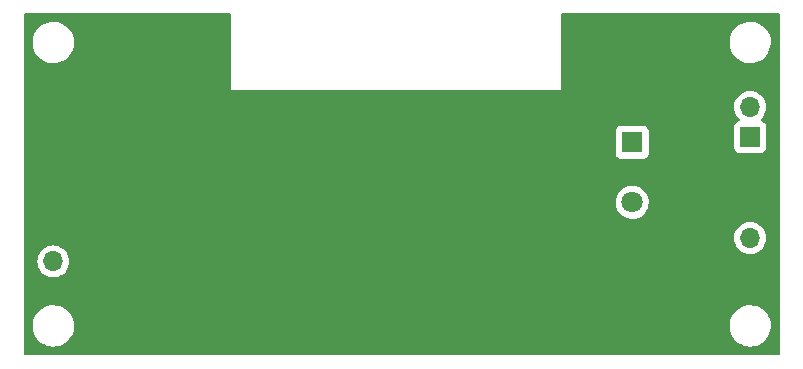
<source format=gbr>
%TF.GenerationSoftware,KiCad,Pcbnew,6.0.8-f2edbf62ab~116~ubuntu22.04.1*%
%TF.CreationDate,2022-10-16T01:51:03-07:00*%
%TF.ProjectId,bracelet-pcb,62726163-656c-4657-942d-7063622e6b69,rev?*%
%TF.SameCoordinates,Original*%
%TF.FileFunction,Copper,L2,Bot*%
%TF.FilePolarity,Positive*%
%FSLAX46Y46*%
G04 Gerber Fmt 4.6, Leading zero omitted, Abs format (unit mm)*
G04 Created by KiCad (PCBNEW 6.0.8-f2edbf62ab~116~ubuntu22.04.1) date 2022-10-16 01:51:03*
%MOMM*%
%LPD*%
G01*
G04 APERTURE LIST*
%TA.AperFunction,ComponentPad*%
%ADD10O,1.700000X1.700000*%
%TD*%
%TA.AperFunction,ComponentPad*%
%ADD11R,1.700000X1.700000*%
%TD*%
%TA.AperFunction,ComponentPad*%
%ADD12R,1.800000X1.800000*%
%TD*%
%TA.AperFunction,ComponentPad*%
%ADD13C,1.800000*%
%TD*%
%TA.AperFunction,ViaPad*%
%ADD14C,0.800000*%
%TD*%
G04 APERTURE END LIST*
D10*
%TO.P,J3,2,Pin_2*%
%TO.N,+3.3V*%
X157000000Y-108460000D03*
D11*
%TO.P,J3,1,Pin_1*%
%TO.N,Net-(U2-Pad30)*%
X157000000Y-111000000D03*
%TD*%
D10*
%TO.P,J2,2,Pin_2*%
%TO.N,Net-(R5-Pad2)*%
X157000000Y-119540000D03*
D11*
%TO.P,J2,1,Pin_1*%
%TO.N,GND*%
X157000000Y-117000000D03*
%TD*%
%TO.P,J1,1,Pin_1*%
%TO.N,GND*%
X98000000Y-119000000D03*
D10*
%TO.P,J1,2,Pin_2*%
%TO.N,+9V*%
X98000000Y-121540000D03*
%TD*%
D12*
%TO.P,D1,1,A1*%
%TO.N,Net-(D1-Pad1)*%
X147000000Y-111450000D03*
D13*
%TO.P,D1,2,K*%
%TO.N,GND*%
X147000000Y-113990000D03*
%TO.P,D1,3,A2*%
%TO.N,Net-(D1-Pad3)*%
X147000000Y-116530000D03*
%TD*%
D14*
%TO.N,GND*%
X139000000Y-109000000D03*
X116000000Y-108000000D03*
X122000000Y-121000000D03*
X109941120Y-112475000D03*
%TD*%
%TA.AperFunction,Conductor*%
%TO.N,GND*%
G36*
X112942121Y-100520502D02*
G01*
X112988614Y-100574158D01*
X113000000Y-100626500D01*
X113000000Y-107030000D01*
X141000000Y-107030000D01*
X141000000Y-103107165D01*
X155247866Y-103107165D01*
X155282952Y-103364970D01*
X155355758Y-103614757D01*
X155464686Y-103851039D01*
X155467246Y-103854944D01*
X155467249Y-103854949D01*
X155604775Y-104064712D01*
X155604779Y-104064717D01*
X155607341Y-104068625D01*
X155780591Y-104262735D01*
X155980629Y-104429105D01*
X156203061Y-104564080D01*
X156207375Y-104565889D01*
X156207377Y-104565890D01*
X156438686Y-104662886D01*
X156438691Y-104662888D01*
X156443001Y-104664695D01*
X156447533Y-104665846D01*
X156447536Y-104665847D01*
X156572815Y-104697663D01*
X156695177Y-104728739D01*
X156911286Y-104750500D01*
X157066044Y-104750500D01*
X157068369Y-104750327D01*
X157068375Y-104750327D01*
X157254814Y-104736472D01*
X157254818Y-104736471D01*
X157259466Y-104736126D01*
X157513232Y-104678705D01*
X157517586Y-104677012D01*
X157751370Y-104586098D01*
X157751372Y-104586097D01*
X157755723Y-104584405D01*
X157791285Y-104564080D01*
X157839038Y-104536786D01*
X157981612Y-104455299D01*
X158185936Y-104294223D01*
X158364208Y-104104714D01*
X158512511Y-103890937D01*
X158530258Y-103854949D01*
X158625521Y-103661775D01*
X158625522Y-103661772D01*
X158627586Y-103657587D01*
X158706906Y-103409792D01*
X158748728Y-103152994D01*
X158752134Y-102892835D01*
X158717048Y-102635030D01*
X158644242Y-102385243D01*
X158535314Y-102148961D01*
X158506637Y-102105221D01*
X158395225Y-101935288D01*
X158395221Y-101935283D01*
X158392659Y-101931375D01*
X158219409Y-101737265D01*
X158019371Y-101570895D01*
X157796939Y-101435920D01*
X157792623Y-101434110D01*
X157561314Y-101337114D01*
X157561309Y-101337112D01*
X157556999Y-101335305D01*
X157552467Y-101334154D01*
X157552464Y-101334153D01*
X157427185Y-101302337D01*
X157304823Y-101271261D01*
X157088714Y-101249500D01*
X156933956Y-101249500D01*
X156931631Y-101249673D01*
X156931625Y-101249673D01*
X156745186Y-101263528D01*
X156745182Y-101263529D01*
X156740534Y-101263874D01*
X156486768Y-101321295D01*
X156482416Y-101322987D01*
X156482414Y-101322988D01*
X156248630Y-101413902D01*
X156248628Y-101413903D01*
X156244277Y-101415595D01*
X156240223Y-101417912D01*
X156240221Y-101417913D01*
X156204467Y-101438348D01*
X156018388Y-101544701D01*
X155814064Y-101705777D01*
X155635792Y-101895286D01*
X155487489Y-102109063D01*
X155485423Y-102113253D01*
X155485421Y-102113256D01*
X155465720Y-102153207D01*
X155372414Y-102342413D01*
X155293094Y-102590208D01*
X155251272Y-102847006D01*
X155247866Y-103107165D01*
X141000000Y-103107165D01*
X141000000Y-100626500D01*
X141020002Y-100558379D01*
X141073658Y-100511886D01*
X141126000Y-100500500D01*
X159373500Y-100500500D01*
X159441621Y-100520502D01*
X159488114Y-100574158D01*
X159499500Y-100626500D01*
X159499500Y-129373500D01*
X159479498Y-129441621D01*
X159425842Y-129488114D01*
X159373500Y-129499500D01*
X95626500Y-129499500D01*
X95558379Y-129479498D01*
X95511886Y-129425842D01*
X95500500Y-129373500D01*
X95500500Y-127107165D01*
X96247866Y-127107165D01*
X96282952Y-127364970D01*
X96355758Y-127614757D01*
X96464686Y-127851039D01*
X96467246Y-127854944D01*
X96467249Y-127854949D01*
X96604775Y-128064712D01*
X96604779Y-128064717D01*
X96607341Y-128068625D01*
X96780591Y-128262735D01*
X96980629Y-128429105D01*
X97203061Y-128564080D01*
X97207375Y-128565889D01*
X97207377Y-128565890D01*
X97438686Y-128662886D01*
X97438691Y-128662888D01*
X97443001Y-128664695D01*
X97447533Y-128665846D01*
X97447536Y-128665847D01*
X97572815Y-128697663D01*
X97695177Y-128728739D01*
X97911286Y-128750500D01*
X98066044Y-128750500D01*
X98068369Y-128750327D01*
X98068375Y-128750327D01*
X98254814Y-128736472D01*
X98254818Y-128736471D01*
X98259466Y-128736126D01*
X98513232Y-128678705D01*
X98517586Y-128677012D01*
X98751370Y-128586098D01*
X98751372Y-128586097D01*
X98755723Y-128584405D01*
X98791285Y-128564080D01*
X98839038Y-128536786D01*
X98981612Y-128455299D01*
X99185936Y-128294223D01*
X99364208Y-128104714D01*
X99512511Y-127890937D01*
X99530258Y-127854949D01*
X99625521Y-127661775D01*
X99625522Y-127661772D01*
X99627586Y-127657587D01*
X99706906Y-127409792D01*
X99748728Y-127152994D01*
X99749328Y-127107165D01*
X155247866Y-127107165D01*
X155282952Y-127364970D01*
X155355758Y-127614757D01*
X155464686Y-127851039D01*
X155467246Y-127854944D01*
X155467249Y-127854949D01*
X155604775Y-128064712D01*
X155604779Y-128064717D01*
X155607341Y-128068625D01*
X155780591Y-128262735D01*
X155980629Y-128429105D01*
X156203061Y-128564080D01*
X156207375Y-128565889D01*
X156207377Y-128565890D01*
X156438686Y-128662886D01*
X156438691Y-128662888D01*
X156443001Y-128664695D01*
X156447533Y-128665846D01*
X156447536Y-128665847D01*
X156572815Y-128697663D01*
X156695177Y-128728739D01*
X156911286Y-128750500D01*
X157066044Y-128750500D01*
X157068369Y-128750327D01*
X157068375Y-128750327D01*
X157254814Y-128736472D01*
X157254818Y-128736471D01*
X157259466Y-128736126D01*
X157513232Y-128678705D01*
X157517586Y-128677012D01*
X157751370Y-128586098D01*
X157751372Y-128586097D01*
X157755723Y-128584405D01*
X157791285Y-128564080D01*
X157839038Y-128536786D01*
X157981612Y-128455299D01*
X158185936Y-128294223D01*
X158364208Y-128104714D01*
X158512511Y-127890937D01*
X158530258Y-127854949D01*
X158625521Y-127661775D01*
X158625522Y-127661772D01*
X158627586Y-127657587D01*
X158706906Y-127409792D01*
X158748728Y-127152994D01*
X158752134Y-126892835D01*
X158717048Y-126635030D01*
X158644242Y-126385243D01*
X158535314Y-126148961D01*
X158506637Y-126105221D01*
X158395225Y-125935288D01*
X158395221Y-125935283D01*
X158392659Y-125931375D01*
X158219409Y-125737265D01*
X158019371Y-125570895D01*
X157796939Y-125435920D01*
X157792623Y-125434110D01*
X157561314Y-125337114D01*
X157561309Y-125337112D01*
X157556999Y-125335305D01*
X157552467Y-125334154D01*
X157552464Y-125334153D01*
X157427185Y-125302337D01*
X157304823Y-125271261D01*
X157088714Y-125249500D01*
X156933956Y-125249500D01*
X156931631Y-125249673D01*
X156931625Y-125249673D01*
X156745186Y-125263528D01*
X156745182Y-125263529D01*
X156740534Y-125263874D01*
X156486768Y-125321295D01*
X156482416Y-125322987D01*
X156482414Y-125322988D01*
X156248630Y-125413902D01*
X156248628Y-125413903D01*
X156244277Y-125415595D01*
X156240223Y-125417912D01*
X156240221Y-125417913D01*
X156204467Y-125438348D01*
X156018388Y-125544701D01*
X155814064Y-125705777D01*
X155635792Y-125895286D01*
X155487489Y-126109063D01*
X155485423Y-126113253D01*
X155485421Y-126113256D01*
X155465720Y-126153207D01*
X155372414Y-126342413D01*
X155293094Y-126590208D01*
X155251272Y-126847006D01*
X155247866Y-127107165D01*
X99749328Y-127107165D01*
X99752134Y-126892835D01*
X99717048Y-126635030D01*
X99644242Y-126385243D01*
X99535314Y-126148961D01*
X99506637Y-126105221D01*
X99395225Y-125935288D01*
X99395221Y-125935283D01*
X99392659Y-125931375D01*
X99219409Y-125737265D01*
X99019371Y-125570895D01*
X98796939Y-125435920D01*
X98792623Y-125434110D01*
X98561314Y-125337114D01*
X98561309Y-125337112D01*
X98556999Y-125335305D01*
X98552467Y-125334154D01*
X98552464Y-125334153D01*
X98427185Y-125302337D01*
X98304823Y-125271261D01*
X98088714Y-125249500D01*
X97933956Y-125249500D01*
X97931631Y-125249673D01*
X97931625Y-125249673D01*
X97745186Y-125263528D01*
X97745182Y-125263529D01*
X97740534Y-125263874D01*
X97486768Y-125321295D01*
X97482416Y-125322987D01*
X97482414Y-125322988D01*
X97248630Y-125413902D01*
X97248628Y-125413903D01*
X97244277Y-125415595D01*
X97240223Y-125417912D01*
X97240221Y-125417913D01*
X97204467Y-125438348D01*
X97018388Y-125544701D01*
X96814064Y-125705777D01*
X96635792Y-125895286D01*
X96487489Y-126109063D01*
X96485423Y-126113253D01*
X96485421Y-126113256D01*
X96465720Y-126153207D01*
X96372414Y-126342413D01*
X96293094Y-126590208D01*
X96251272Y-126847006D01*
X96247866Y-127107165D01*
X95500500Y-127107165D01*
X95500500Y-121540000D01*
X96644341Y-121540000D01*
X96664937Y-121775408D01*
X96726097Y-122003663D01*
X96825965Y-122217829D01*
X96961505Y-122411401D01*
X97128599Y-122578495D01*
X97133107Y-122581652D01*
X97133110Y-122581654D01*
X97317661Y-122710878D01*
X97322170Y-122714035D01*
X97327152Y-122716358D01*
X97327157Y-122716361D01*
X97531355Y-122811580D01*
X97536337Y-122813903D01*
X97541645Y-122815325D01*
X97541647Y-122815326D01*
X97759277Y-122873639D01*
X97764592Y-122875063D01*
X98000000Y-122895659D01*
X98235408Y-122875063D01*
X98240723Y-122873639D01*
X98458353Y-122815326D01*
X98458355Y-122815325D01*
X98463663Y-122813903D01*
X98468645Y-122811580D01*
X98672843Y-122716361D01*
X98672848Y-122716358D01*
X98677830Y-122714035D01*
X98682339Y-122710878D01*
X98866890Y-122581654D01*
X98866893Y-122581652D01*
X98871401Y-122578495D01*
X99038495Y-122411401D01*
X99174035Y-122217829D01*
X99273903Y-122003663D01*
X99335063Y-121775408D01*
X99355659Y-121540000D01*
X99335063Y-121304592D01*
X99273903Y-121076337D01*
X99189651Y-120895659D01*
X99176358Y-120867152D01*
X99176356Y-120867149D01*
X99174035Y-120862171D01*
X99038495Y-120668599D01*
X98871401Y-120501505D01*
X98866893Y-120498348D01*
X98866890Y-120498346D01*
X98682339Y-120369122D01*
X98682336Y-120369120D01*
X98677830Y-120365965D01*
X98672848Y-120363642D01*
X98672843Y-120363639D01*
X98468645Y-120268420D01*
X98468644Y-120268419D01*
X98463663Y-120266097D01*
X98458355Y-120264675D01*
X98458353Y-120264674D01*
X98240723Y-120206361D01*
X98240722Y-120206361D01*
X98235408Y-120204937D01*
X98000000Y-120184341D01*
X97764592Y-120204937D01*
X97759278Y-120206361D01*
X97759277Y-120206361D01*
X97541647Y-120264674D01*
X97541645Y-120264675D01*
X97536337Y-120266097D01*
X97531357Y-120268419D01*
X97531355Y-120268420D01*
X97327152Y-120363642D01*
X97327149Y-120363644D01*
X97322171Y-120365965D01*
X97128599Y-120501505D01*
X96961505Y-120668599D01*
X96825965Y-120862171D01*
X96823644Y-120867149D01*
X96823642Y-120867152D01*
X96810349Y-120895659D01*
X96726097Y-121076337D01*
X96664937Y-121304592D01*
X96644341Y-121540000D01*
X95500500Y-121540000D01*
X95500500Y-119540000D01*
X155644341Y-119540000D01*
X155664937Y-119775408D01*
X155726097Y-120003663D01*
X155728419Y-120008643D01*
X155728420Y-120008645D01*
X155810573Y-120184820D01*
X155825965Y-120217829D01*
X155961505Y-120411401D01*
X156128599Y-120578495D01*
X156133107Y-120581652D01*
X156133110Y-120581654D01*
X156317661Y-120710878D01*
X156322170Y-120714035D01*
X156327152Y-120716358D01*
X156327157Y-120716361D01*
X156531355Y-120811580D01*
X156536337Y-120813903D01*
X156541645Y-120815325D01*
X156541647Y-120815326D01*
X156735067Y-120867152D01*
X156764592Y-120875063D01*
X157000000Y-120895659D01*
X157235408Y-120875063D01*
X157264933Y-120867152D01*
X157458353Y-120815326D01*
X157458355Y-120815325D01*
X157463663Y-120813903D01*
X157468645Y-120811580D01*
X157672843Y-120716361D01*
X157672848Y-120716358D01*
X157677830Y-120714035D01*
X157682339Y-120710878D01*
X157866890Y-120581654D01*
X157866893Y-120581652D01*
X157871401Y-120578495D01*
X158038495Y-120411401D01*
X158174035Y-120217829D01*
X158189428Y-120184820D01*
X158271580Y-120008645D01*
X158271581Y-120008643D01*
X158273903Y-120003663D01*
X158335063Y-119775408D01*
X158355659Y-119540000D01*
X158335063Y-119304592D01*
X158273903Y-119076337D01*
X158174035Y-118862171D01*
X158038495Y-118668599D01*
X157871401Y-118501505D01*
X157866893Y-118498348D01*
X157866890Y-118498346D01*
X157682339Y-118369122D01*
X157682336Y-118369120D01*
X157677830Y-118365965D01*
X157672848Y-118363642D01*
X157672843Y-118363639D01*
X157468645Y-118268420D01*
X157468644Y-118268419D01*
X157463663Y-118266097D01*
X157458355Y-118264675D01*
X157458353Y-118264674D01*
X157240723Y-118206361D01*
X157240722Y-118206361D01*
X157235408Y-118204937D01*
X157000000Y-118184341D01*
X156764592Y-118204937D01*
X156759278Y-118206361D01*
X156759277Y-118206361D01*
X156541647Y-118264674D01*
X156541645Y-118264675D01*
X156536337Y-118266097D01*
X156531357Y-118268419D01*
X156531355Y-118268420D01*
X156327152Y-118363642D01*
X156327149Y-118363644D01*
X156322171Y-118365965D01*
X156128599Y-118501505D01*
X155961505Y-118668599D01*
X155825965Y-118862171D01*
X155726097Y-119076337D01*
X155664937Y-119304592D01*
X155644341Y-119540000D01*
X95500500Y-119540000D01*
X95500500Y-116495665D01*
X145595119Y-116495665D01*
X145595416Y-116500817D01*
X145595416Y-116500821D01*
X145600864Y-116595296D01*
X145608376Y-116725580D01*
X145609513Y-116730626D01*
X145609514Y-116730632D01*
X145631226Y-116826975D01*
X145659006Y-116950242D01*
X145660948Y-116955024D01*
X145660949Y-116955028D01*
X145698427Y-117047325D01*
X145745649Y-117163618D01*
X145865979Y-117359978D01*
X146016763Y-117534048D01*
X146193953Y-117681154D01*
X146392790Y-117797345D01*
X146607934Y-117879501D01*
X146613000Y-117880532D01*
X146613001Y-117880532D01*
X146713697Y-117901018D01*
X146833607Y-117925414D01*
X146963352Y-117930172D01*
X147058585Y-117933664D01*
X147058589Y-117933664D01*
X147063749Y-117933853D01*
X147068869Y-117933197D01*
X147068871Y-117933197D01*
X147138272Y-117924307D01*
X147292178Y-117904591D01*
X147297126Y-117903106D01*
X147297133Y-117903105D01*
X147507811Y-117839898D01*
X147507810Y-117839898D01*
X147512761Y-117838413D01*
X147719574Y-117737096D01*
X147907062Y-117603363D01*
X148070190Y-117440803D01*
X148128269Y-117359978D01*
X148201559Y-117257983D01*
X148204577Y-117253783D01*
X148306615Y-117047325D01*
X148337643Y-116945200D01*
X148372059Y-116831927D01*
X148372060Y-116831921D01*
X148373563Y-116826975D01*
X148403622Y-116598649D01*
X148405300Y-116530000D01*
X148386430Y-116300478D01*
X148330326Y-116077120D01*
X148238496Y-115865924D01*
X148113405Y-115672563D01*
X148092774Y-115649889D01*
X147961890Y-115506051D01*
X147961889Y-115506050D01*
X147958412Y-115502229D01*
X147954361Y-115499030D01*
X147954357Y-115499026D01*
X147781735Y-115362697D01*
X147781730Y-115362693D01*
X147777681Y-115359496D01*
X147773165Y-115357003D01*
X147773162Y-115357001D01*
X147580589Y-115250695D01*
X147580585Y-115250693D01*
X147576065Y-115248198D01*
X147571196Y-115246474D01*
X147571192Y-115246472D01*
X147363853Y-115173049D01*
X147363849Y-115173048D01*
X147358978Y-115171323D01*
X147353885Y-115170416D01*
X147353882Y-115170415D01*
X147257707Y-115153284D01*
X147132250Y-115130937D01*
X147045802Y-115129881D01*
X146907141Y-115128186D01*
X146907139Y-115128186D01*
X146901971Y-115128123D01*
X146674325Y-115162958D01*
X146455424Y-115234506D01*
X146251149Y-115340845D01*
X146066984Y-115479119D01*
X145907877Y-115645616D01*
X145778099Y-115835863D01*
X145775923Y-115840552D01*
X145775919Y-115840558D01*
X145764145Y-115865924D01*
X145681136Y-116044752D01*
X145619592Y-116266673D01*
X145595119Y-116495665D01*
X95500500Y-116495665D01*
X95500500Y-110502623D01*
X145599500Y-110502623D01*
X145599501Y-112397376D01*
X145606149Y-112458580D01*
X145656474Y-112592824D01*
X145661854Y-112600003D01*
X145661856Y-112600006D01*
X145737072Y-112700365D01*
X145742454Y-112707546D01*
X145749635Y-112712928D01*
X145849994Y-112788144D01*
X145849997Y-112788146D01*
X145857176Y-112793526D01*
X145946561Y-112827034D01*
X145984025Y-112841079D01*
X145984027Y-112841079D01*
X145991420Y-112843851D01*
X145999270Y-112844704D01*
X145999271Y-112844704D01*
X146049217Y-112850130D01*
X146052623Y-112850500D01*
X146999861Y-112850500D01*
X147947376Y-112850499D01*
X147950770Y-112850130D01*
X147950776Y-112850130D01*
X148000722Y-112844705D01*
X148000726Y-112844704D01*
X148008580Y-112843851D01*
X148142824Y-112793526D01*
X148150003Y-112788146D01*
X148150006Y-112788144D01*
X148250365Y-112712928D01*
X148257546Y-112707546D01*
X148262928Y-112700365D01*
X148338144Y-112600006D01*
X148338146Y-112600003D01*
X148343526Y-112592824D01*
X148393851Y-112458580D01*
X148400500Y-112397377D01*
X148400499Y-110502624D01*
X148393851Y-110441420D01*
X148343526Y-110307176D01*
X148338146Y-110299997D01*
X148338144Y-110299994D01*
X148262928Y-110199635D01*
X148257546Y-110192454D01*
X148250365Y-110187072D01*
X148150006Y-110111856D01*
X148150003Y-110111854D01*
X148142824Y-110106474D01*
X148053439Y-110072966D01*
X148015975Y-110058921D01*
X148015973Y-110058921D01*
X148008580Y-110056149D01*
X148000730Y-110055296D01*
X148000729Y-110055296D01*
X147950774Y-110049869D01*
X147950773Y-110049869D01*
X147947377Y-110049500D01*
X147000139Y-110049500D01*
X146052624Y-110049501D01*
X146049230Y-110049870D01*
X146049224Y-110049870D01*
X145999278Y-110055295D01*
X145999274Y-110055296D01*
X145991420Y-110056149D01*
X145857176Y-110106474D01*
X145849997Y-110111854D01*
X145849994Y-110111856D01*
X145749635Y-110187072D01*
X145742454Y-110192454D01*
X145737072Y-110199635D01*
X145661856Y-110299994D01*
X145661854Y-110299997D01*
X145656474Y-110307176D01*
X145606149Y-110441420D01*
X145599500Y-110502623D01*
X95500500Y-110502623D01*
X95500500Y-108460000D01*
X155644341Y-108460000D01*
X155664937Y-108695408D01*
X155726097Y-108923663D01*
X155825965Y-109137829D01*
X155961505Y-109331401D01*
X156081115Y-109451011D01*
X156115141Y-109513323D01*
X156110076Y-109584138D01*
X156067529Y-109640974D01*
X156036249Y-109658088D01*
X155907176Y-109706474D01*
X155899997Y-109711854D01*
X155899994Y-109711856D01*
X155799635Y-109787072D01*
X155792454Y-109792454D01*
X155787072Y-109799635D01*
X155711856Y-109899994D01*
X155711854Y-109899997D01*
X155706474Y-109907176D01*
X155656149Y-110041420D01*
X155655296Y-110049270D01*
X155655296Y-110049271D01*
X155654549Y-110056149D01*
X155649500Y-110102623D01*
X155649501Y-111897376D01*
X155656149Y-111958580D01*
X155706474Y-112092824D01*
X155711854Y-112100003D01*
X155711856Y-112100006D01*
X155787072Y-112200365D01*
X155792454Y-112207546D01*
X155799635Y-112212928D01*
X155899994Y-112288144D01*
X155899997Y-112288146D01*
X155907176Y-112293526D01*
X155996561Y-112327034D01*
X156034025Y-112341079D01*
X156034027Y-112341079D01*
X156041420Y-112343851D01*
X156049270Y-112344704D01*
X156049271Y-112344704D01*
X156099217Y-112350130D01*
X156102623Y-112350500D01*
X156999868Y-112350500D01*
X157897376Y-112350499D01*
X157900770Y-112350130D01*
X157900776Y-112350130D01*
X157950722Y-112344705D01*
X157950726Y-112344704D01*
X157958580Y-112343851D01*
X158092824Y-112293526D01*
X158100003Y-112288146D01*
X158100006Y-112288144D01*
X158200365Y-112212928D01*
X158207546Y-112207546D01*
X158212928Y-112200365D01*
X158288144Y-112100006D01*
X158288146Y-112100003D01*
X158293526Y-112092824D01*
X158343851Y-111958580D01*
X158350500Y-111897377D01*
X158350499Y-110102624D01*
X158350130Y-110099224D01*
X158344705Y-110049278D01*
X158344704Y-110049274D01*
X158343851Y-110041420D01*
X158293526Y-109907176D01*
X158288146Y-109899997D01*
X158288144Y-109899994D01*
X158212928Y-109799635D01*
X158207546Y-109792454D01*
X158200365Y-109787072D01*
X158100006Y-109711856D01*
X158100003Y-109711854D01*
X158092824Y-109706474D01*
X157963752Y-109658088D01*
X157906987Y-109615447D01*
X157882286Y-109548886D01*
X157897493Y-109479537D01*
X157918885Y-109451011D01*
X158038495Y-109331401D01*
X158174035Y-109137829D01*
X158273903Y-108923663D01*
X158335063Y-108695408D01*
X158355659Y-108460000D01*
X158335063Y-108224592D01*
X158273903Y-107996337D01*
X158174035Y-107782171D01*
X158038495Y-107588599D01*
X157871401Y-107421505D01*
X157866893Y-107418348D01*
X157866890Y-107418346D01*
X157682339Y-107289122D01*
X157682336Y-107289120D01*
X157677830Y-107285965D01*
X157672848Y-107283642D01*
X157672843Y-107283639D01*
X157468645Y-107188420D01*
X157468644Y-107188419D01*
X157463663Y-107186097D01*
X157458355Y-107184675D01*
X157458353Y-107184674D01*
X157240723Y-107126361D01*
X157240722Y-107126361D01*
X157235408Y-107124937D01*
X157000000Y-107104341D01*
X156764592Y-107124937D01*
X156759278Y-107126361D01*
X156759277Y-107126361D01*
X156541647Y-107184674D01*
X156541645Y-107184675D01*
X156536337Y-107186097D01*
X156531357Y-107188419D01*
X156531355Y-107188420D01*
X156327152Y-107283642D01*
X156327149Y-107283644D01*
X156322171Y-107285965D01*
X156128599Y-107421505D01*
X155961505Y-107588599D01*
X155825965Y-107782171D01*
X155726097Y-107996337D01*
X155664937Y-108224592D01*
X155644341Y-108460000D01*
X95500500Y-108460000D01*
X95500500Y-103107165D01*
X96247866Y-103107165D01*
X96282952Y-103364970D01*
X96355758Y-103614757D01*
X96464686Y-103851039D01*
X96467246Y-103854944D01*
X96467249Y-103854949D01*
X96604775Y-104064712D01*
X96604779Y-104064717D01*
X96607341Y-104068625D01*
X96780591Y-104262735D01*
X96980629Y-104429105D01*
X97203061Y-104564080D01*
X97207375Y-104565889D01*
X97207377Y-104565890D01*
X97438686Y-104662886D01*
X97438691Y-104662888D01*
X97443001Y-104664695D01*
X97447533Y-104665846D01*
X97447536Y-104665847D01*
X97572815Y-104697663D01*
X97695177Y-104728739D01*
X97911286Y-104750500D01*
X98066044Y-104750500D01*
X98068369Y-104750327D01*
X98068375Y-104750327D01*
X98254814Y-104736472D01*
X98254818Y-104736471D01*
X98259466Y-104736126D01*
X98513232Y-104678705D01*
X98517586Y-104677012D01*
X98751370Y-104586098D01*
X98751372Y-104586097D01*
X98755723Y-104584405D01*
X98791285Y-104564080D01*
X98839038Y-104536786D01*
X98981612Y-104455299D01*
X99185936Y-104294223D01*
X99364208Y-104104714D01*
X99512511Y-103890937D01*
X99530258Y-103854949D01*
X99625521Y-103661775D01*
X99625522Y-103661772D01*
X99627586Y-103657587D01*
X99706906Y-103409792D01*
X99748728Y-103152994D01*
X99752134Y-102892835D01*
X99717048Y-102635030D01*
X99644242Y-102385243D01*
X99535314Y-102148961D01*
X99506637Y-102105221D01*
X99395225Y-101935288D01*
X99395221Y-101935283D01*
X99392659Y-101931375D01*
X99219409Y-101737265D01*
X99019371Y-101570895D01*
X98796939Y-101435920D01*
X98792623Y-101434110D01*
X98561314Y-101337114D01*
X98561309Y-101337112D01*
X98556999Y-101335305D01*
X98552467Y-101334154D01*
X98552464Y-101334153D01*
X98427185Y-101302337D01*
X98304823Y-101271261D01*
X98088714Y-101249500D01*
X97933956Y-101249500D01*
X97931631Y-101249673D01*
X97931625Y-101249673D01*
X97745186Y-101263528D01*
X97745182Y-101263529D01*
X97740534Y-101263874D01*
X97486768Y-101321295D01*
X97482416Y-101322987D01*
X97482414Y-101322988D01*
X97248630Y-101413902D01*
X97248628Y-101413903D01*
X97244277Y-101415595D01*
X97240223Y-101417912D01*
X97240221Y-101417913D01*
X97204467Y-101438348D01*
X97018388Y-101544701D01*
X96814064Y-101705777D01*
X96635792Y-101895286D01*
X96487489Y-102109063D01*
X96485423Y-102113253D01*
X96485421Y-102113256D01*
X96465720Y-102153207D01*
X96372414Y-102342413D01*
X96293094Y-102590208D01*
X96251272Y-102847006D01*
X96247866Y-103107165D01*
X95500500Y-103107165D01*
X95500500Y-100626500D01*
X95520502Y-100558379D01*
X95574158Y-100511886D01*
X95626500Y-100500500D01*
X112874000Y-100500500D01*
X112942121Y-100520502D01*
G37*
%TD.AperFunction*%
%TD*%
M02*

</source>
